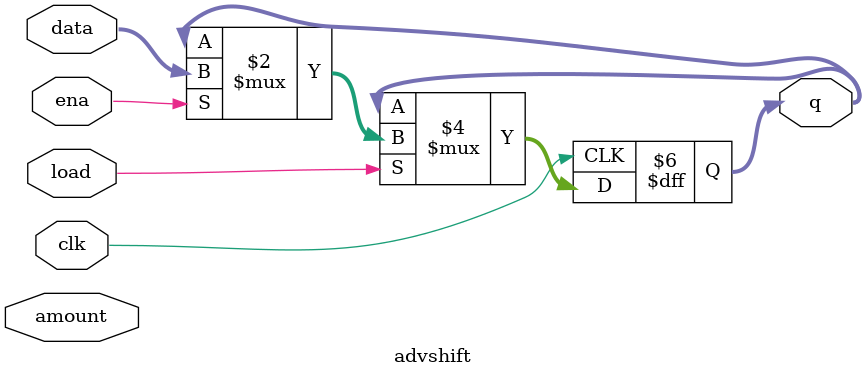
<source format=v>
module advshift(input clk,
input load,
input ena,
input [1:0] amount,
input [63:0] data,
output reg [63:0] q); 
// when load is high, assign data[63:0] to shift register q.
// if ena is high, shift q.
// amount: Chooses which direction and how much to shift.
// 2'b00: shift left by 1 bit.
// 2'b01: shift left by 8 bits.
// 2'b10: shift right by 1 bit.
// 2'b11: shift right by 8 bits.


always@(posedge clk)
	if(load)
	begin 
 //PC sends this message to itself and loads register
 
	if(ena)
	q<=data;
	
end
 
endmodule

</source>
